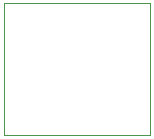
<source format=gbr>
G04 #@! TF.GenerationSoftware,KiCad,Pcbnew,8.0.4*
G04 #@! TF.CreationDate,2024-08-15T12:45:58+02:00*
G04 #@! TF.ProjectId,usb A,75736220-412e-46b6-9963-61645f706362,rev?*
G04 #@! TF.SameCoordinates,Original*
G04 #@! TF.FileFunction,Other,User*
%FSLAX46Y46*%
G04 Gerber Fmt 4.6, Leading zero omitted, Abs format (unit mm)*
G04 Created by KiCad (PCBNEW 8.0.4) date 2024-08-15 12:45:58*
%MOMM*%
%LPD*%
G01*
G04 APERTURE LIST*
%ADD10C,0.050000*%
G04 APERTURE END LIST*
D10*
G04 #@! TO.C,J1*
X91075000Y-67485000D02*
X91075000Y-78685000D01*
X91075000Y-78685000D02*
X103425000Y-78685000D01*
X103425000Y-67485000D02*
X91075000Y-67485000D01*
X103425000Y-78685000D02*
X103425000Y-67485000D01*
G04 #@! TD*
M02*

</source>
